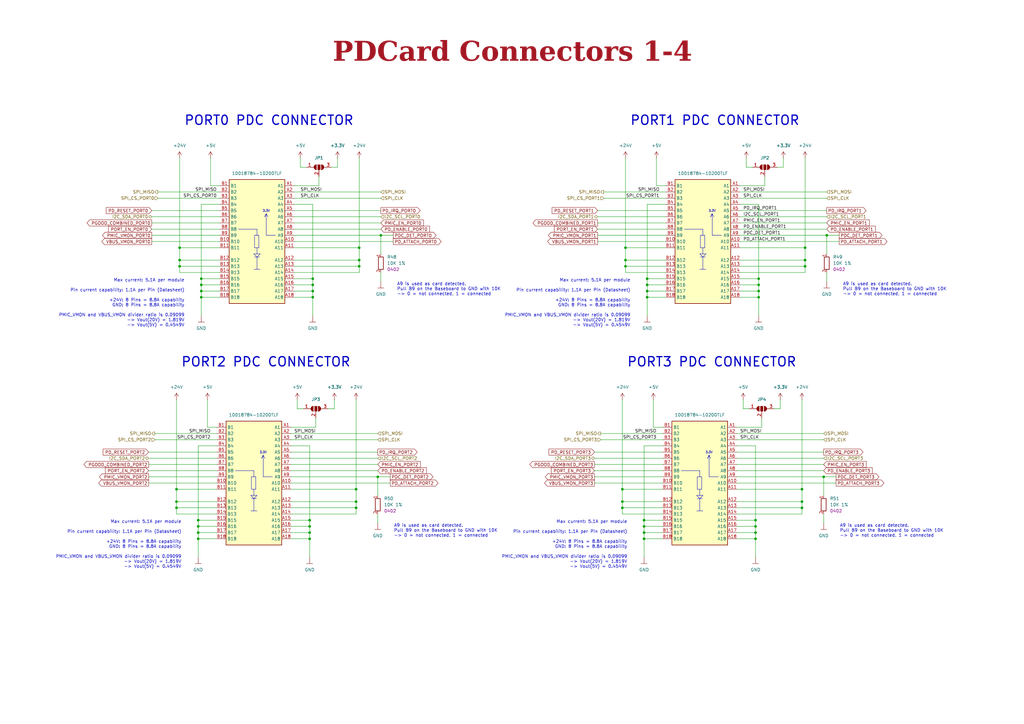
<source format=kicad_sch>
(kicad_sch (version 20250114) (generator "eeschema") (generator_version "9.0")
  (paper "A3")
  (title_block (title "PDCard Connectors 1-4") (date "2026-02-05") (rev "1.0.0") (company "DvidMakesThings"))
  (lib_symbols
    (symbol "DS_Connector:PCIe 1x Connector" (exclude_from_sim yes) (in_bom no)
      (property "Value" "10018784-10200TLF" (at -1.778 -9.144 0))
      (symbol "PCIe 1x Connector_0_1"
        (rectangle (start -3.81 43.18) (end 19.05 -7.62) (stroke (width 0.254)) (fill (type background)))
      )
      (symbol "PCIe 1x Connector_1_1"
        (pin passive line (at -7.62 40.64 0) (length 3.81) (name "B1") (number "B1"))
        (pin passive line (at -7.62 38.1 0) (length 3.81) (name "B2") (number "B2"))
        (pin passive line (at -7.62 35.56 0) (length 3.81) (name "B3") (number "B3"))
        (pin passive line (at -7.62 33.02 0) (length 3.81) (name "B4") (number "B4"))
        (pin passive line (at -7.62 30.48 0) (length 3.81) (name "B5") (number "B5"))
        (pin passive line (at -7.62 27.94 0) (length 3.81) (name "B6") (number "B6"))
        (pin passive line (at -7.62 25.4 0) (length 3.81) (name "B7") (number "B7"))
        (pin passive line (at -7.62 22.86 0) (length 3.81) (name "B8") (number "B8"))
        (pin passive line (at -7.62 20.32 0) (length 3.81) (name "B9") (number "B9"))
        (pin passive line (at -7.62 17.78 0) (length 3.81) (name "B10") (number "B10"))
        (pin passive line (at -7.62 15.24 0) (length 3.81) (name "B11") (number "B11"))
        (pin passive line (at -7.62 10.16 0) (length 3.81) (name "B12") (number "B12"))
        (pin passive line (at -7.62 7.62 0) (length 3.81) (name "B13") (number "B13"))
        (pin passive line (at -7.62 5.08 0) (length 3.81) (name "B13") (number "B14"))
        (pin passive line (at -7.62 2.54 0) (length 3.81) (name "B15") (number "B15"))
        (pin passive line (at -7.62 0 0) (length 3.81) (name "B16") (number "B16"))
        (pin passive line (at -7.62 -2.54 0) (length 3.81) (name "B17") (number "B17"))
        (pin passive line (at -7.62 -5.08 0) (length 3.81) (name "B18") (number "B18"))
        (pin passive line (at 22.86 40.64 180) (length 3.81) (name "A1") (number "A1"))
        (pin passive line (at 22.86 38.1 180) (length 3.81) (name "A2") (number "A2"))
        (pin passive line (at 22.86 35.56 180) (length 3.81) (name "A3") (number "A3"))
        (pin passive line (at 22.86 33.02 180) (length 3.81) (name "A4") (number "A4"))
        (pin passive line (at 22.86 30.48 180) (length 3.81) (name "A5") (number "A5"))
        (pin passive line (at 22.86 27.94 180) (length 3.81) (name "A6") (number "A6"))
        (pin passive line (at 22.86 25.4 180) (length 3.81) (name "A7") (number "A7"))
        (pin passive line (at 22.86 22.86 180) (length 3.81) (name "A8") (number "A8"))
        (pin passive line (at 22.86 20.32 180) (length 3.81) (name "A9") (number "A9"))
        (pin passive line (at 22.86 17.78 180) (length 3.81) (name "A10") (number "A10"))
        (pin passive line (at 22.86 15.24 180) (length 3.81) (name "A11") (number "A11"))
        (pin passive line (at 22.86 10.16 180) (length 3.81) (name "A12") (number "A12"))
        (pin passive line (at 22.86 7.62 180) (length 3.81) (name "A13") (number "A13"))
        (pin passive line (at 22.86 5.08 180) (length 3.81) (name "A14") (number "A14"))
        (pin passive line (at 22.86 2.54 180) (length 3.81) (name "A15") (number "A15"))
        (pin passive line (at 22.86 0 180) (length 3.81) (name "A16") (number "A16"))
        (pin passive line (at 22.86 -2.54 180) (length 3.81) (name "A17") (number "A17"))
        (pin passive line (at 22.86 -5.08 180) (length 3.81) (name "A18") (number "A18"))
      )
    )
    (symbol "DS_Resistor_0402:10K 1% 0402"
      (property "Reference" "R" (at 2.032 2.032 0))
      (property "Value" "10K 1%" (at 2.032 0 0))
      (property "FOOTPRINT_SHORT" "0402" (at 2.032 -2.032 0))
      (symbol "10K 1% 0402_0_1"
        (rectangle (start -1.016 2.54) (end 1.016 -2.54) (stroke (width 0.254)))
      )
      (symbol "10K 1% 0402_1_1"
        (pin passive line (at 0 3.81 270) (length 1.27) (name "~") (number "1"))
        (pin passive line (at 0 -3.81 90) (length 1.27) (name "~") (number "2"))
      )
    )
    (symbol "DS_Supply:GND" (power) (pin_numbers (hide yes)) (pin_names (offset 0) (hide yes))
      (property "Value" "GND" (at 0 -3.81 0))
      (symbol "GND_0_1"
        (polyline (pts (xy 0 0) (xy 0 -2.54) (xy 1.27 -2.54) (xy 0 -2.54) (xy -1.27 -2.54) (xy 0 -2.54)))
      )
      (symbol "GND_1_1"
        (pin power_in line (at 0 0 270) (length 0) (name "~") (number "1"))
      )
    )
    (symbol "Jumper:SolderJumper_3_Open" (pin_names (offset 0) (hide yes)) (in_bom no)
      (property "Reference" "JP" (at -2.54 -2.54 0))
      (property "Value" "SolderJumper_3_Open" (at 0 2.794 0))
      (symbol "SolderJumper_3_Open_0_1"
        (polyline (pts (xy -2.54 0) (xy -2.032 0)))
        (polyline (pts (xy -1.016 1.016) (xy -1.016 -1.016)))
        (arc (start -1.016 -1.016) (mid -2.0276 0) (end -1.016 1.016))
        (arc (start -1.016 -1.016) (mid -2.0276 0) (end -1.016 1.016) (fill (type outline)))
        (rectangle (start -0.508 1.016) (end 0.508 -1.016) (fill (type outline)))
        (polyline (pts (xy 0 -1.27) (xy 0 -1.016)))
        (arc (start 1.016 1.016) (mid 2.0276 0) (end 1.016 -1.016))
        (arc (start 1.016 1.016) (mid 2.0276 0) (end 1.016 -1.016) (fill (type outline)))
        (polyline (pts (xy 1.016 1.016) (xy 1.016 -1.016)))
        (polyline (pts (xy 2.54 0) (xy 2.032 0)))
      )
      (symbol "SolderJumper_3_Open_1_1"
        (pin passive line (at -5.08 0 0) (length 2.54) (name "A") (number "1"))
        (pin passive line (at 0 -3.81 90) (length 2.54) (name "C") (number "2"))
        (pin passive line (at 5.08 0 180) (length 2.54) (name "B") (number "3"))
      )
    )
    (symbol "power:+24V" (power) (pin_numbers (hide yes)) (pin_names (offset 0) (hide yes))
      (property "Value" "+24V" (at 0 3.556 0))
      (symbol "+24V_0_1"
        (polyline (pts (xy -0.762 1.27) (xy 0 2.54)))
        (polyline (pts (xy 0 2.54) (xy 0.762 1.27)))
        (polyline (pts (xy 0 0) (xy 0 2.54)))
      )
      (symbol "+24V_1_1"
        (pin power_in line (at 0 0 90) (length 0) (name "~") (number "1"))
      )
    )
    (symbol "power:+3.3V" (power) (pin_numbers (hide yes)) (pin_names (offset 0) (hide yes))
      (property "Value" "+3.3V" (at 0 3.556 0))
      (symbol "+3.3V_0_1"
        (polyline (pts (xy -0.762 1.27) (xy 0 2.54)))
        (polyline (pts (xy 0 2.54) (xy 0.762 1.27)))
        (polyline (pts (xy 0 0) (xy 0 2.54)))
      )
      (symbol "+3.3V_1_1"
        (pin power_in line (at 0 0 90) (length 0) (name "~") (number "1"))
      )
    )
    (symbol "power:+5V" (power) (pin_numbers (hide yes)) (pin_names (offset 0) (hide yes))
      (property "Value" "+5V" (at 0 3.556 0))
      (symbol "+5V_0_1"
        (polyline (pts (xy -0.762 1.27) (xy 0 2.54)))
        (polyline (pts (xy 0 2.54) (xy 0.762 1.27)))
        (polyline (pts (xy 0 0) (xy 0 2.54)))
      )
      (symbol "+5V_1_1"
        (pin power_in line (at 0 0 90) (length 0) (name "~") (number "1"))
      )
    )
  )
  (text "PORT3 PDC CONNECTOR" (at 257.048 148.59 0) (effects (font (size 3.81 3.81) (thickness 0.508) (bold yes)) (justify left)))
  (text "3.3V" (at 109.22 86.614 0) (effects (font (size 0.889 0.889))))
  (text "A9 is used as card detected.\nPull B9 on the Baseboard to GND with 10K\n-> 0 = not connected, 1 = connected" (at 345.694 118.618 0) (effects (font (size 1.27 1.27)) (justify left)))
  (text "A9 is used as card detected.\nPull B9 on the Baseboard to GND with 10K\n-> 0 = not connected, 1 = connected" (at 162.814 118.618 0) (effects (font (size 1.27 1.27)) (justify left)))
  (text "PORT0 PDC CONNECTOR" (at 75.438 49.53 0) (effects (font (size 3.81 3.81) (thickness 0.508) (bold yes)) (justify left)))
  (text "A9 is used as card detected.\nPull B9 on the Baseboard to GND with 10K\n-> 0 = not connected, 1 = connected" (at 161.544 217.678 0) (effects (font (size 1.27 1.27)) (justify left)))
  (text "PORT2 PDC CONNECTOR" (at 74.168 148.59 0) (effects (font (size 3.81 3.81) (thickness 0.508) (bold yes)) (justify left)))
  (text "Max current: 5.1A per module\n\nPin current capability: 1.1A per Pin (Datasheet)\n\n+24V: 8 Pins = 8.8A capability\nGND: 8 Pins = 8.8A capability\n\nPMIC_VMON and VBUS_VMON divider ratio is 0.09099\n-> Vout(20V) = 1.819V\n-> Vout(5V) = 0.4549V" (at 258.572 124.206 0) (effects (font (size 1.27 1.27)) (justify right)))
  (text "Max current: 5.1A per module\n\nPin current capability: 1.1A per Pin (Datasheet)\n\n+24V: 8 Pins = 8.8A capability\nGND: 8 Pins = 8.8A capability\n\nPMIC_VMON and VBUS_VMON divider ratio is 0.09099\n-> Vout(20V) = 1.819V\n-> Vout(5V) = 0.4549V" (at 75.692 124.206 0) (effects (font (size 1.27 1.27)) (justify right)))
  (text "Max current: 5.1A per module\n\nPin current capability: 1.1A per Pin (Datasheet)\n\n+24V: 8 Pins = 8.8A capability\nGND: 8 Pins = 8.8A capability\n\nPMIC_VMON and VBUS_VMON divider ratio is 0.09099\n-> Vout(20V) = 1.819V\n-> Vout(5V) = 0.4549V" (at 74.422 223.266 0) (effects (font (size 1.27 1.27)) (justify right)))
  (text "3.3V" (at 107.95 185.674 0) (effects (font (size 0.889 0.889))))
  (text "PORT1 PDC CONNECTOR" (at 258.318 49.53 0) (effects (font (size 3.81 3.81) (thickness 0.508) (bold yes)) (justify left)))
  (text "3.3V" (at 290.83 185.674 0) (effects (font (size 0.889 0.889))))
  (text "3.3V" (at 292.1 86.614 0) (effects (font (size 0.889 0.889))))
  (text "A9 is used as card detected.\nPull B9 on the Baseboard to GND with 10K\n-> 0 = not connected, 1 = connected" (at 344.424 217.678 0) (effects (font (size 1.27 1.27)) (justify left)))
  (text "Max current: 5.1A per module\n\nPin current capability: 1.1A per Pin (Datasheet)\n\n+24V: 8 Pins = 8.8A capability\nGND: 8 Pins = 8.8A capability\n\nPMIC_VMON and VBUS_VMON divider ratio is 0.09099\n-> Vout(20V) = 1.819V\n-> Vout(5V) = 0.4549V" (at 257.302 223.266 0) (effects (font (size 1.27 1.27)) (justify right)))
  (text_box "PDCard Connectors 1-4" (at 12.7 15.24 0) (size 394.97 12.7) (margins 5.9999 5.9999 5.9999 5.9999) (stroke (width -0.0001)) (effects (font (size 8 8) (thickness 1.2) (bold yes))))
  (junction (at 128.27 121.92))
  (junction (at 337.82 195.58))
  (junction (at 328.93 208.28))
  (junction (at 309.88 213.36))
  (junction (at 255.27 205.74))
  (junction (at 264.16 215.9))
  (junction (at 128.27 114.3))
  (junction (at 256.54 106.68))
  (junction (at 81.28 220.98))
  (junction (at 330.2 109.22))
  (junction (at 328.93 200.66))
  (junction (at 265.43 116.84))
  (junction (at 147.32 101.6))
  (junction (at 146.05 205.74))
  (junction (at 255.27 208.28))
  (junction (at 311.15 119.38))
  (junction (at 264.16 213.36))
  (junction (at 73.66 106.68))
  (junction (at 82.55 116.84))
  (junction (at 328.93 205.74))
  (junction (at 256.54 101.6))
  (junction (at 72.39 208.28))
  (junction (at 72.39 200.66))
  (junction (at 72.39 205.74))
  (junction (at 264.16 220.98))
  (junction (at 81.28 213.36))
  (junction (at 82.55 119.38))
  (junction (at 127 218.44))
  (junction (at 311.15 116.84))
  (junction (at 255.27 200.66))
  (junction (at 127 215.9))
  (junction (at 128.27 116.84))
  (junction (at 311.15 114.3))
  (junction (at 309.88 220.98))
  (junction (at 309.88 218.44))
  (junction (at 82.55 121.92))
  (junction (at 265.43 114.3))
  (junction (at 265.43 119.38))
  (junction (at 128.27 119.38))
  (junction (at 81.28 218.44))
  (junction (at 146.05 200.66))
  (junction (at 73.66 101.6))
  (junction (at 82.55 114.3))
  (junction (at 309.88 215.9))
  (junction (at 339.09 96.52))
  (junction (at 127 213.36))
  (junction (at 154.94 195.58))
  (junction (at 81.28 215.9))
  (junction (at 127 220.98))
  (junction (at 265.43 121.92))
  (junction (at 156.21 96.52))
  (junction (at 311.15 121.92))
  (junction (at 73.66 109.22))
  (junction (at 146.05 208.28))
  (junction (at 147.32 106.68))
  (junction (at 330.2 101.6))
  (junction (at 147.32 109.22))
  (junction (at 256.54 109.22))
  (junction (at 264.16 218.44))
  (junction (at 330.2 106.68))
  (wire (pts (xy 256.54 101.6) (xy 256.54 106.68)))
  (wire (pts (xy 302.26 218.44) (xy 309.88 218.44)))
  (polyline (pts (xy 103.124 200.66) (xy 104.902 200.66)))
  (wire (pts (xy 119.38 175.26) (xy 129.54 175.26)))
  (wire (pts (xy 73.66 111.76) (xy 73.66 109.22)))
  (wire (pts (xy 320.04 163.83) (xy 320.04 167.64)))
  (polyline (pts (xy 109.22 87.63) (xy 109.22 96.52)))
  (wire (pts (xy 265.43 83.82) (xy 265.43 114.3)))
  (wire (pts (xy 337.82 195.58) (xy 337.82 203.2)))
  (wire (pts (xy 121.92 163.83) (xy 121.92 167.64)))
  (wire (pts (xy 311.15 114.3) (xy 311.15 116.84)))
  (polyline (pts (xy 280.67 93.98) (xy 288.29 93.98)))
  (wire (pts (xy 138.43 64.77) (xy 138.43 68.58)))
  (wire (pts (xy 130.81 76.2) (xy 130.81 72.39)))
  (wire (pts (xy 147.32 109.22) (xy 147.32 111.76)))
  (polyline (pts (xy 104.394 96.52) (xy 104.394 101.6)))
  (wire (pts (xy 302.26 220.98) (xy 309.88 220.98)))
  (wire (pts (xy 247.65 81.28) (xy 273.05 81.28)))
  (polyline (pts (xy 105.41 96.52) (xy 104.394 96.52)))
  (polyline (pts (xy 288.29 105.41) (xy 289.56 104.14)))
  (wire (pts (xy 62.23 93.98) (xy 90.17 93.98)))
  (wire (pts (xy 264.16 215.9) (xy 264.16 218.44)))
  (wire (pts (xy 120.65 114.3) (xy 128.27 114.3)))
  (wire (pts (xy 81.28 215.9) (xy 81.28 218.44)))
  (wire (pts (xy 60.96 198.12) (xy 88.9 198.12)))
  (wire (pts (xy 255.27 208.28) (xy 255.27 205.74)))
  (wire (pts (xy 306.07 64.77) (xy 306.07 68.58)))
  (polyline (pts (xy 104.14 204.47) (xy 104.14 209.55)))
  (wire (pts (xy 119.38 185.42) (xy 154.94 185.42)))
  (wire (pts (xy 271.78 213.36) (xy 264.16 213.36)))
  (wire (pts (xy 120.65 111.76) (xy 147.32 111.76)))
  (wire (pts (xy 156.21 96.52) (xy 161.29 96.52)))
  (wire (pts (xy 303.53 101.6) (xy 330.2 101.6)))
  (wire (pts (xy 245.11 93.98) (xy 273.05 93.98)))
  (wire (pts (xy 73.66 109.22) (xy 73.66 106.68)))
  (wire (pts (xy 62.23 88.9) (xy 90.17 88.9)))
  (polyline (pts (xy 105.41 105.41) (xy 106.68 104.14)))
  (polyline (pts (xy 107.315 187.96) (xy 107.95 186.69)))
  (wire (pts (xy 135.89 68.58) (xy 138.43 68.58)))
  (polyline (pts (xy 104.14 195.58) (xy 104.902 195.58)))
  (wire (pts (xy 81.28 218.44) (xy 88.9 218.44)))
  (wire (pts (xy 63.5 180.34) (xy 88.9 180.34)))
  (wire (pts (xy 62.23 86.36) (xy 90.17 86.36)))
  (wire (pts (xy 119.38 215.9) (xy 127 215.9)))
  (wire (pts (xy 303.53 109.22) (xy 330.2 109.22)))
  (polyline (pts (xy 97.79 93.98) (xy 105.41 93.98)))
  (wire (pts (xy 128.27 114.3) (xy 128.27 116.84)))
  (wire (pts (xy 302.26 195.58) (xy 337.82 195.58)))
  (wire (pts (xy 273.05 109.22) (xy 256.54 109.22)))
  (polyline (pts (xy 287.274 105.41) (xy 289.306 105.41)))
  (wire (pts (xy 264.16 182.88) (xy 264.16 213.36)))
  (wire (pts (xy 72.39 210.82) (xy 72.39 208.28)))
  (wire (pts (xy 309.88 213.36) (xy 309.88 215.9)))
  (polyline (pts (xy 102.87 203.2) (xy 105.41 203.2)))
  (wire (pts (xy 302.26 193.04) (xy 337.82 193.04)))
  (polyline (pts (xy 289.052 101.6) (xy 289.052 96.52)))
  (wire (pts (xy 339.09 96.52) (xy 344.17 96.52)))
  (wire (pts (xy 339.09 96.52) (xy 339.09 104.14)))
  (wire (pts (xy 88.9 182.88) (xy 81.28 182.88)))
  (wire (pts (xy 62.23 91.44) (xy 90.17 91.44)))
  (wire (pts (xy 303.53 106.68) (xy 330.2 106.68)))
  (wire (pts (xy 265.43 114.3) (xy 265.43 116.84)))
  (wire (pts (xy 90.17 83.82) (xy 82.55 83.82)))
  (polyline (pts (xy 290.83 186.69) (xy 291.465 187.96)))
  (wire (pts (xy 311.15 83.82) (xy 311.15 114.3)))
  (polyline (pts (xy 103.124 204.47) (xy 105.156 204.47)))
  (wire (pts (xy 303.53 93.98) (xy 339.09 93.98)))
  (wire (pts (xy 264.16 218.44) (xy 271.78 218.44)))
  (polyline (pts (xy 287.02 195.58) (xy 287.782 195.58)))
  (polyline (pts (xy 287.02 193.04) (xy 287.02 195.58)))
  (wire (pts (xy 321.31 64.77) (xy 321.31 68.58)))
  (wire (pts (xy 245.11 88.9) (xy 273.05 88.9)))
  (polyline (pts (xy 104.394 101.6) (xy 106.172 101.6)))
  (wire (pts (xy 264.16 213.36) (xy 264.16 215.9)))
  (wire (pts (xy 128.27 116.84) (xy 128.27 119.38)))
  (polyline (pts (xy 104.14 104.14) (xy 105.41 105.41)))
  (wire (pts (xy 265.43 116.84) (xy 265.43 119.38)))
  (polyline (pts (xy 286.004 200.66) (xy 287.782 200.66)))
  (polyline (pts (xy 287.02 195.58) (xy 286.004 195.58)))
  (wire (pts (xy 127 182.88) (xy 127 213.36)))
  (wire (pts (xy 156.21 115.57) (xy 156.21 111.76)))
  (wire (pts (xy 81.28 220.98) (xy 88.9 220.98)))
  (wire (pts (xy 265.43 116.84) (xy 273.05 116.84)))
  (polyline (pts (xy 286.004 195.58) (xy 286.004 200.66)))
  (polyline (pts (xy 290.195 187.96) (xy 290.83 186.69)))
  (wire (pts (xy 243.84 195.58) (xy 271.78 195.58)))
  (wire (pts (xy 73.66 101.6) (xy 73.66 106.68)))
  (wire (pts (xy 119.38 205.74) (xy 146.05 205.74)))
  (wire (pts (xy 264.16 215.9) (xy 271.78 215.9)))
  (wire (pts (xy 120.65 96.52) (xy 156.21 96.52)))
  (wire (pts (xy 72.39 200.66) (xy 88.9 200.66)))
  (wire (pts (xy 90.17 114.3) (xy 82.55 114.3)))
  (wire (pts (xy 309.88 215.9) (xy 309.88 218.44)))
  (wire (pts (xy 271.78 208.28) (xy 255.27 208.28)))
  (polyline (pts (xy 104.14 195.58) (xy 103.124 195.58)))
  (wire (pts (xy 303.53 121.92) (xy 311.15 121.92)))
  (polyline (pts (xy 107.315 187.96) (xy 107.95 186.69)))
  (wire (pts (xy 328.93 200.66) (xy 328.93 163.83)))
  (wire (pts (xy 264.16 220.98) (xy 271.78 220.98)))
  (wire (pts (xy 120.65 106.68) (xy 147.32 106.68)))
  (wire (pts (xy 147.32 106.68) (xy 147.32 101.6)))
  (wire (pts (xy 129.54 175.26) (xy 129.54 171.45)))
  (wire (pts (xy 309.88 218.44) (xy 309.88 220.98)))
  (polyline (pts (xy 287.02 104.14) (xy 289.56 104.14)))
  (wire (pts (xy 302.26 215.9) (xy 309.88 215.9)))
  (wire (pts (xy 90.17 76.2) (xy 86.36 76.2)))
  (wire (pts (xy 72.39 208.28) (xy 72.39 205.74)))
  (wire (pts (xy 271.78 205.74) (xy 255.27 205.74)))
  (wire (pts (xy 303.53 83.82) (xy 311.15 83.82)))
  (wire (pts (xy 72.39 200.66) (xy 72.39 205.74)))
  (wire (pts (xy 82.55 119.38) (xy 82.55 121.92)))
  (wire (pts (xy 81.28 218.44) (xy 81.28 220.98)))
  (wire (pts (xy 303.53 96.52) (xy 339.09 96.52)))
  (polyline (pts (xy 286.004 204.47) (xy 288.036 204.47)))
  (wire (pts (xy 81.28 182.88) (xy 81.28 213.36)))
  (wire (pts (xy 245.11 86.36) (xy 273.05 86.36)))
  (wire (pts (xy 146.05 205.74) (xy 146.05 200.66)))
  (wire (pts (xy 311.15 121.92) (xy 311.15 129.54)))
  (wire (pts (xy 154.94 195.58) (xy 154.94 203.2)))
  (wire (pts (xy 120.65 78.74) (xy 156.21 78.74)))
  (wire (pts (xy 64.77 81.28) (xy 90.17 81.28)))
  (polyline (pts (xy 109.22 87.63) (xy 109.855 88.9)))
  (wire (pts (xy 60.96 190.5) (xy 88.9 190.5)))
  (wire (pts (xy 303.53 76.2) (xy 313.69 76.2)))
  (wire (pts (xy 303.53 119.38) (xy 311.15 119.38)))
  (wire (pts (xy 303.53 114.3) (xy 311.15 114.3)))
  (wire (pts (xy 88.9 210.82) (xy 72.39 210.82)))
  (polyline (pts (xy 105.41 101.6) (xy 105.41 104.14)))
  (wire (pts (xy 273.05 83.82) (xy 265.43 83.82)))
  (polyline (pts (xy 287.274 96.52) (xy 287.274 101.6)))
  (wire (pts (xy 88.9 175.26) (xy 85.09 175.26)))
  (wire (pts (xy 120.65 116.84) (xy 128.27 116.84)))
  (wire (pts (xy 147.32 106.68) (xy 147.32 109.22)))
  (polyline (pts (xy 104.902 200.66) (xy 104.902 195.58)))
  (wire (pts (xy 82.55 119.38) (xy 90.17 119.38)))
  (wire (pts (xy 147.32 101.6) (xy 147.32 64.77)))
  (wire (pts (xy 265.43 119.38) (xy 265.43 121.92)))
  (wire (pts (xy 309.88 182.88) (xy 309.88 213.36)))
  (polyline (pts (xy 290.83 195.58) (xy 294.64 195.58)))
  (wire (pts (xy 127 215.9) (xy 127 218.44)))
  (wire (pts (xy 302.26 185.42) (xy 337.82 185.42)))
  (wire (pts (xy 120.65 121.92) (xy 128.27 121.92)))
  (wire (pts (xy 302.26 177.8) (xy 337.82 177.8)))
  (wire (pts (xy 328.93 208.28) (xy 328.93 210.82)))
  (wire (pts (xy 156.21 96.52) (xy 156.21 104.14)))
  (wire (pts (xy 120.65 91.44) (xy 156.21 91.44)))
  (wire (pts (xy 303.53 81.28) (xy 339.09 81.28)))
  (wire (pts (xy 120.65 76.2) (xy 130.81 76.2)))
  (wire (pts (xy 317.5 167.64) (xy 320.04 167.64)))
  (wire (pts (xy 256.54 64.77) (xy 256.54 101.6)))
  (wire (pts (xy 119.38 220.98) (xy 127 220.98)))
  (wire (pts (xy 127 218.44) (xy 127 220.98)))
  (wire (pts (xy 302.26 213.36) (xy 309.88 213.36)))
  (wire (pts (xy 302.26 182.88) (xy 309.88 182.88)))
  (wire (pts (xy 303.53 116.84) (xy 311.15 116.84)))
  (wire (pts (xy 128.27 119.38) (xy 128.27 121.92)))
  (wire (pts (xy 90.17 111.76) (xy 73.66 111.76)))
  (wire (pts (xy 123.19 64.77) (xy 123.19 68.58)))
  (wire (pts (xy 62.23 99.06) (xy 90.17 99.06)))
  (wire (pts (xy 273.05 114.3) (xy 265.43 114.3)))
  (polyline (pts (xy 104.394 105.41) (xy 106.426 105.41)))
  (wire (pts (xy 267.97 163.83) (xy 267.97 175.26)))
  (wire (pts (xy 330.2 101.6) (xy 330.2 64.77)))
  (polyline (pts (xy 288.29 96.52) (xy 287.274 96.52)))
  (wire (pts (xy 62.23 96.52) (xy 90.17 96.52)))
  (wire (pts (xy 273.05 76.2) (xy 269.24 76.2)))
  (polyline (pts (xy 290.83 186.69) (xy 290.83 195.58)))
  (wire (pts (xy 154.94 195.58) (xy 160.02 195.58)))
  (wire (pts (xy 137.16 163.83) (xy 137.16 167.64)))
  (wire (pts (xy 243.84 193.04) (xy 271.78 193.04)))
  (polyline (pts (xy 105.41 96.52) (xy 106.172 96.52)))
  (polyline (pts (xy 106.172 101.6) (xy 106.172 96.52)))
  (wire (pts (xy 243.84 185.42) (xy 271.78 185.42)))
  (polyline (pts (xy 107.95 186.69) (xy 108.585 187.96)))
  (wire (pts (xy 120.65 93.98) (xy 156.21 93.98)))
  (wire (pts (xy 146.05 205.74) (xy 146.05 208.28)))
  (wire (pts (xy 255.27 200.66) (xy 271.78 200.66)))
  (wire (pts (xy 302.26 208.28) (xy 328.93 208.28)))
  (polyline (pts (xy 292.1 87.63) (xy 292.735 88.9)))
  (polyline (pts (xy 285.75 209.55) (xy 288.29 209.55)))
  (polyline (pts (xy 285.75 203.2) (xy 288.29 203.2)))
  (polyline (pts (xy 102.87 209.55) (xy 105.41 209.55)))
  (wire (pts (xy 63.5 177.8) (xy 88.9 177.8)))
  (wire (pts (xy 256.54 101.6) (xy 273.05 101.6)))
  (wire (pts (xy 119.38 198.12) (xy 160.02 198.12)))
  (wire (pts (xy 88.9 205.74) (xy 72.39 205.74)))
  (polyline (pts (xy 287.02 204.47) (xy 287.02 209.55)))
  (wire (pts (xy 81.28 220.98) (xy 81.28 228.6)))
  (polyline (pts (xy 291.465 88.9) (xy 292.1 87.63)))
  (wire (pts (xy 265.43 121.92) (xy 265.43 129.54)))
  (wire (pts (xy 127 213.36) (xy 127 215.9)))
  (wire (pts (xy 271.78 210.82) (xy 255.27 210.82)))
  (wire (pts (xy 247.65 78.74) (xy 273.05 78.74)))
  (wire (pts (xy 119.38 187.96) (xy 154.94 187.96)))
  (wire (pts (xy 119.38 193.04) (xy 154.94 193.04)))
  (wire (pts (xy 120.65 119.38) (xy 128.27 119.38)))
  (polyline (pts (xy 105.41 105.41) (xy 105.41 110.49)))
  (wire (pts (xy 303.53 111.76) (xy 330.2 111.76)))
  (wire (pts (xy 328.93 205.74) (xy 328.93 200.66)))
  (wire (pts (xy 304.8 163.83) (xy 304.8 167.64)))
  (polyline (pts (xy 104.14 204.47) (xy 105.41 203.2)))
  (wire (pts (xy 269.24 64.77) (xy 269.24 76.2)))
  (wire (pts (xy 120.65 99.06) (xy 161.29 99.06)))
  (polyline (pts (xy 292.1 96.52) (xy 295.91 96.52)))
  (wire (pts (xy 120.65 109.22) (xy 147.32 109.22)))
  (wire (pts (xy 119.38 210.82) (xy 146.05 210.82)))
  (wire (pts (xy 73.66 101.6) (xy 90.17 101.6)))
  (wire (pts (xy 304.8 167.64) (xy 307.34 167.64)))
  (wire (pts (xy 119.38 182.88) (xy 127 182.88)))
  (wire (pts (xy 273.05 111.76) (xy 256.54 111.76)))
  (wire (pts (xy 303.53 99.06) (xy 344.17 99.06)))
  (wire (pts (xy 328.93 205.74) (xy 328.93 208.28)))
  (wire (pts (xy 82.55 121.92) (xy 82.55 129.54)))
  (polyline (pts (xy 285.75 203.2) (xy 287.02 204.47)))
  (wire (pts (xy 128.27 83.82) (xy 128.27 114.3)))
  (polyline (pts (xy 287.02 200.66) (xy 287.02 203.2)))
  (wire (pts (xy 127 220.98) (xy 127 228.6)))
  (wire (pts (xy 303.53 91.44) (xy 339.09 91.44)))
  (polyline (pts (xy 279.4 193.04) (xy 287.02 193.04)))
  (wire (pts (xy 121.92 167.64) (xy 124.46 167.64)))
  (wire (pts (xy 302.26 175.26) (xy 312.42 175.26)))
  (wire (pts (xy 302.26 210.82) (xy 328.93 210.82)))
  (polyline (pts (xy 107.95 186.69) (xy 107.95 195.58)))
  (wire (pts (xy 82.55 83.82) (xy 82.55 114.3)))
  (wire (pts (xy 90.17 109.22) (xy 73.66 109.22)))
  (wire (pts (xy 330.2 106.68) (xy 330.2 101.6)))
  (wire (pts (xy 243.84 190.5) (xy 271.78 190.5)))
  (wire (pts (xy 86.36 64.77) (xy 86.36 76.2)))
  (wire (pts (xy 271.78 182.88) (xy 264.16 182.88)))
  (polyline (pts (xy 104.14 200.66) (xy 104.14 203.2)))
  (wire (pts (xy 339.09 115.57) (xy 339.09 111.76)))
  (wire (pts (xy 85.09 163.83) (xy 85.09 175.26)))
  (wire (pts (xy 311.15 119.38) (xy 311.15 121.92)))
  (wire (pts (xy 128.27 121.92) (xy 128.27 129.54)))
  (wire (pts (xy 119.38 190.5) (xy 154.94 190.5)))
  (wire (pts (xy 60.96 195.58) (xy 88.9 195.58)))
  (wire (pts (xy 313.69 76.2) (xy 313.69 72.39)))
  (polyline (pts (xy 288.29 101.6) (xy 288.29 104.14)))
  (wire (pts (xy 120.65 101.6) (xy 147.32 101.6)))
  (wire (pts (xy 64.77 78.74) (xy 90.17 78.74)))
  (polyline (pts (xy 105.41 93.98) (xy 105.41 96.52)))
  (wire (pts (xy 255.27 200.66) (xy 255.27 205.74)))
  (wire (pts (xy 318.77 68.58) (xy 321.31 68.58)))
  (wire (pts (xy 303.53 86.36) (xy 339.09 86.36)))
  (polyline (pts (xy 292.1 87.63) (xy 292.1 96.52)))
  (wire (pts (xy 243.84 198.12) (xy 271.78 198.12)))
  (wire (pts (xy 90.17 106.68) (xy 73.66 106.68)))
  (wire (pts (xy 302.26 190.5) (xy 337.82 190.5)))
  (polyline (pts (xy 291.465 88.9) (xy 292.1 87.63)))
  (wire (pts (xy 119.38 208.28) (xy 146.05 208.28)))
  (wire (pts (xy 88.9 208.28) (xy 72.39 208.28)))
  (polyline (pts (xy 104.14 104.14) (xy 106.68 104.14)))
  (wire (pts (xy 120.65 88.9) (xy 156.21 88.9)))
  (polyline (pts (xy 287.782 200.66) (xy 287.782 195.58)))
  (polyline (pts (xy 102.87 203.2) (xy 104.14 204.47)))
  (wire (pts (xy 82.55 114.3) (xy 82.55 116.84)))
  (wire (pts (xy 255.27 163.83) (xy 255.27 200.66)))
  (wire (pts (xy 273.05 106.68) (xy 256.54 106.68)))
  (wire (pts (xy 60.96 193.04) (xy 88.9 193.04)))
  (wire (pts (xy 119.38 180.34) (xy 154.94 180.34)))
  (wire (pts (xy 146.05 200.66) (xy 146.05 163.83)))
  (wire (pts (xy 119.38 200.66) (xy 146.05 200.66)))
  (wire (pts (xy 82.55 116.84) (xy 90.17 116.84)))
  (polyline (pts (xy 107.95 195.58) (xy 111.76 195.58)))
  (polyline (pts (xy 288.29 93.98) (xy 288.29 96.52)))
  (wire (pts (xy 245.11 91.44) (xy 273.05 91.44)))
  (wire (pts (xy 302.26 200.66) (xy 328.93 200.66)))
  (wire (pts (xy 81.28 215.9) (xy 88.9 215.9)))
  (wire (pts (xy 119.38 213.36) (xy 127 213.36)))
  (polyline (pts (xy 287.02 204.47) (xy 288.29 203.2)))
  (polyline (pts (xy 104.14 193.04) (xy 104.14 195.58)))
  (wire (pts (xy 255.27 210.82) (xy 255.27 208.28)))
  (wire (pts (xy 246.38 177.8) (xy 271.78 177.8)))
  (wire (pts (xy 330.2 109.22) (xy 330.2 111.76)))
  (wire (pts (xy 265.43 119.38) (xy 273.05 119.38)))
  (wire (pts (xy 330.2 106.68) (xy 330.2 109.22)))
  (wire (pts (xy 303.53 88.9) (xy 339.09 88.9)))
  (wire (pts (xy 81.28 213.36) (xy 81.28 215.9)))
  (polyline (pts (xy 96.52 193.04) (xy 104.14 193.04)))
  (polyline (pts (xy 109.22 96.52) (xy 113.03 96.52)))
  (wire (pts (xy 82.55 116.84) (xy 82.55 119.38)))
  (wire (pts (xy 303.53 78.74) (xy 339.09 78.74)))
  (polyline (pts (xy 287.02 104.14) (xy 288.29 105.41)))
  (wire (pts (xy 60.96 185.42) (xy 88.9 185.42)))
  (wire (pts (xy 312.42 175.26) (xy 312.42 171.45)))
  (wire (pts (xy 302.26 205.74) (xy 328.93 205.74)))
  (wire (pts (xy 120.65 86.36) (xy 156.21 86.36)))
  (wire (pts (xy 119.38 218.44) (xy 127 218.44)))
  (wire (pts (xy 264.16 218.44) (xy 264.16 220.98)))
  (wire (pts (xy 82.55 121.92) (xy 90.17 121.92)))
  (wire (pts (xy 256.54 109.22) (xy 256.54 106.68)))
  (polyline (pts (xy 103.124 195.58) (xy 103.124 200.66)))
  (wire (pts (xy 243.84 187.96) (xy 271.78 187.96)))
  (wire (pts (xy 119.38 195.58) (xy 154.94 195.58)))
  (polyline (pts (xy 108.585 88.9) (xy 109.22 87.63)))
  (wire (pts (xy 123.19 68.58) (xy 125.73 68.58)))
  (wire (pts (xy 119.38 177.8) (xy 154.94 177.8)))
  (wire (pts (xy 120.65 81.28) (xy 156.21 81.28)))
  (wire (pts (xy 337.82 214.63) (xy 337.82 210.82)))
  (wire (pts (xy 245.11 99.06) (xy 273.05 99.06)))
  (wire (pts (xy 60.96 187.96) (xy 88.9 187.96)))
  (wire (pts (xy 302.26 187.96) (xy 337.82 187.96)))
  (polyline (pts (xy 288.29 105.41) (xy 288.29 110.49)))
  (polyline (pts (xy 104.14 110.49) (xy 106.68 110.49)))
  (wire (pts (xy 120.65 83.82) (xy 128.27 83.82)))
  (polyline (pts (xy 288.29 96.52) (xy 289.052 96.52)))
  (wire (pts (xy 264.16 220.98) (xy 264.16 228.6)))
  (wire (pts (xy 73.66 64.77) (xy 73.66 101.6)))
  (wire (pts (xy 302.26 180.34) (xy 337.82 180.34)))
  (wire (pts (xy 146.05 208.28) (xy 146.05 210.82)))
  (wire (pts (xy 337.82 195.58) (xy 342.9 195.58)))
  (wire (pts (xy 265.43 121.92) (xy 273.05 121.92)))
  (wire (pts (xy 302.26 198.12) (xy 342.9 198.12)))
  (wire (pts (xy 246.38 180.34) (xy 271.78 180.34)))
  (polyline (pts (xy 287.274 101.6) (xy 289.052 101.6)))
  (wire (pts (xy 88.9 213.36) (xy 81.28 213.36)))
  (polyline (pts (xy 287.02 110.49) (xy 289.56 110.49)))
  (wire (pts (xy 311.15 116.84) (xy 311.15 119.38)))
  (wire (pts (xy 134.62 167.64) (xy 137.16 167.64)))
  (wire (pts (xy 306.07 68.58) (xy 308.61 68.58)))
  (wire (pts (xy 245.11 96.52) (xy 273.05 96.52)))
  (polyline (pts (xy 290.195 187.96) (xy 290.83 186.69)))
  (wire (pts (xy 309.88 220.98) (xy 309.88 228.6)))
  (wire (pts (xy 271.78 175.26) (xy 267.97 175.26)))
  (polyline (pts (xy 108.585 88.9) (xy 109.22 87.63)))
  (wire (pts (xy 72.39 163.83) (xy 72.39 200.66)))
  (wire (pts (xy 154.94 214.63) (xy 154.94 210.82)))
  (wire (pts (xy 256.54 111.76) (xy 256.54 109.22)))
  (label "SPI_MISO" (at 270.51 78.74 180))
  (label "SPI_CS_PORT1" (at 270.51 81.28 180))
  (label "SPI_CLK" (at 304.8 81.28 0))
  (label "SPI_MISO" (at 88.9 78.74 180))
  (label "PMIC_EN_PORT1" (at 304.8 91.44 0))
  (label "PD_ATTACH_PORT1" (at 304.8 99.06 0))
  (label "SPI_CLK" (at 123.19 81.28 0))
  (label "SPI_CS_PORT3" (at 269.24 180.34 180))
  (label "SPI_MISO" (at 269.24 177.8 180))
  (label "SPI_CS_PORT2" (at 86.36 180.34 180))
  (label "I2C_SCL_PORT1" (at 304.8 88.9 0))
  (label "SPI_MISO" (at 86.36 177.8 180))
  (label "SPI_MOSI" (at 303.53 177.8 0))
  (label "SPI_CLK" (at 120.65 180.34 0))
  (label "SPI_MOSI" (at 304.8 78.74 0))
  (label "PDC_DET_PORT1" (at 304.8 96.52 0))
  (label "SPI_MOSI" (at 120.65 177.8 0))
  (label "PD_ENABLE_PORT1" (at 304.8 93.98 0))
  (label "SPI_CS_PORT0" (at 88.9 81.28 180))
  (label "PD_IRQ_PORT1" (at 304.8 86.36 0))
  (label "SPI_MOSI" (at 123.19 78.74 0))
  (label "SPI_CLK" (at 303.53 180.34 0))
  (global_label "PMIC_VMON_PORT1" (shape output) (at 245.11 96.52 180) (property "Intersheetrefs" "${INTERSHEET_REFS}" (effects (hide yes))))
  (global_label "PDC_DET_PORT2" (shape output) (at 160.02 195.58 0) (property "Intersheetrefs" "${INTERSHEET_REFS}" (effects (hide yes))))
  (global_label "PGOOD_COMBINED_PORT3" (shape output) (at 243.84 190.5 180) (property "Intersheetrefs" "${INTERSHEET_REFS}" (effects (hide yes))))
  (global_label "PORT_EN_PORT1" (shape input) (at 245.11 93.98 180) (property "Intersheetrefs" "${INTERSHEET_REFS}" (effects (hide yes))))
  (global_label "PD_ENABLE_PORT1" (shape input) (at 339.09 93.98 0) (property "Intersheetrefs" "${INTERSHEET_REFS}" (effects (hide yes))))
  (global_label "PD_ATTACH_PORT3" (shape output) (at 342.9 198.12 0) (property "Intersheetrefs" "${INTERSHEET_REFS}" (effects (hide yes))))
  (global_label "PGOOD_COMBINED_PORT0" (shape output) (at 62.23 91.44 180) (property "Intersheetrefs" "${INTERSHEET_REFS}" (effects (hide yes))))
  (global_label "VBUS_VMON_PORT2" (shape output) (at 60.96 198.12 180) (property "Intersheetrefs" "${INTERSHEET_REFS}" (effects (hide yes))))
  (global_label "PDC_DET_PORT0" (shape output) (at 161.29 96.52 0) (property "Intersheetrefs" "${INTERSHEET_REFS}" (effects (hide yes))))
  (global_label "PDC_DET_PORT3" (shape output) (at 342.9 195.58 0) (property "Intersheetrefs" "${INTERSHEET_REFS}" (effects (hide yes))))
  (global_label "VBUS_VMON_PORT0" (shape output) (at 62.23 99.06 180) (property "Intersheetrefs" "${INTERSHEET_REFS}" (effects (hide yes))))
  (global_label "PMIC_EN_PORT0" (shape input) (at 156.21 91.44 0) (property "Intersheetrefs" "${INTERSHEET_REFS}" (effects (hide yes))))
  (global_label "PMIC_VMON_PORT0" (shape output) (at 62.23 96.52 180) (property "Intersheetrefs" "${INTERSHEET_REFS}" (effects (hide yes))))
  (global_label "PMIC_VMON_PORT2" (shape output) (at 60.96 195.58 180) (property "Intersheetrefs" "${INTERSHEET_REFS}" (effects (hide yes))))
  (global_label "PD_IRQ_PORT0" (shape output) (at 156.21 86.36 0) (property "Intersheetrefs" "${INTERSHEET_REFS}" (effects (hide yes))))
  (global_label "PORT_EN_PORT3" (shape input) (at 243.84 193.04 180) (property "Intersheetrefs" "${INTERSHEET_REFS}" (effects (hide yes))))
  (global_label "PD_IRQ_PORT2" (shape output) (at 154.94 185.42 0) (property "Intersheetrefs" "${INTERSHEET_REFS}" (effects (hide yes))))
  (global_label "PD_ENABLE_PORT2" (shape input) (at 154.94 193.04 0) (property "Intersheetrefs" "${INTERSHEET_REFS}" (effects (hide yes))))
  (global_label "PD_ATTACH_PORT0" (shape output) (at 161.29 99.06 0) (property "Intersheetrefs" "${INTERSHEET_REFS}" (effects (hide yes))))
  (global_label "PD_RESET_PORT1" (shape input) (at 245.11 86.36 180) (property "Intersheetrefs" "${INTERSHEET_REFS}" (effects (hide yes))))
  (global_label "PORT_EN_PORT0" (shape input) (at 62.23 93.98 180) (property "Intersheetrefs" "${INTERSHEET_REFS}" (effects (hide yes))))
  (global_label "PD_ATTACH_PORT1" (shape output) (at 344.17 99.06 0) (property "Intersheetrefs" "${INTERSHEET_REFS}" (effects (hide yes))))
  (global_label "PMIC_EN_PORT3" (shape input) (at 337.82 190.5 0) (property "Intersheetrefs" "${INTERSHEET_REFS}" (effects (hide yes))))
  (global_label "PD_ENABLE_PORT0" (shape input) (at 156.21 93.98 0) (property "Intersheetrefs" "${INTERSHEET_REFS}" (effects (hide yes))))
  (global_label "PD_RESET_PORT2" (shape input) (at 60.96 185.42 180) (property "Intersheetrefs" "${INTERSHEET_REFS}" (effects (hide yes))))
  (global_label "PD_RESET_PORT3" (shape input) (at 243.84 185.42 180) (property "Intersheetrefs" "${INTERSHEET_REFS}" (effects (hide yes))))
  (global_label "PGOOD_COMBINED_PORT1" (shape output) (at 245.11 91.44 180) (property "Intersheetrefs" "${INTERSHEET_REFS}" (effects (hide yes))))
  (global_label "PDC_DET_PORT1" (shape output) (at 344.17 96.52 0) (property "Intersheetrefs" "${INTERSHEET_REFS}" (effects (hide yes))))
  (global_label "PD_IRQ_PORT3" (shape output) (at 337.82 185.42 0) (property "Intersheetrefs" "${INTERSHEET_REFS}" (effects (hide yes))))
  (global_label "PD_ATTACH_PORT2" (shape output) (at 160.02 198.12 0) (property "Intersheetrefs" "${INTERSHEET_REFS}" (effects (hide yes))))
  (global_label "PMIC_VMON_PORT3" (shape output) (at 243.84 195.58 180) (property "Intersheetrefs" "${INTERSHEET_REFS}" (effects (hide yes))))
  (global_label "PD_RESET_PORT0" (shape input) (at 62.23 86.36 180) (property "Intersheetrefs" "${INTERSHEET_REFS}" (effects (hide yes))))
  (global_label "PD_IRQ_PORT1" (shape output) (at 339.09 86.36 0) (property "Intersheetrefs" "${INTERSHEET_REFS}" (effects (hide yes))))
  (global_label "PGOOD_COMBINED_PORT2" (shape output) (at 60.96 190.5 180) (property "Intersheetrefs" "${INTERSHEET_REFS}" (effects (hide yes))))
  (global_label "PMIC_EN_PORT1" (shape input) (at 339.09 91.44 0) (property "Intersheetrefs" "${INTERSHEET_REFS}" (effects (hide yes))))
  (global_label "VBUS_VMON_PORT3" (shape output) (at 243.84 198.12 180) (property "Intersheetrefs" "${INTERSHEET_REFS}" (effects (hide yes))))
  (global_label "VBUS_VMON_PORT1" (shape output) (at 245.11 99.06 180) (property "Intersheetrefs" "${INTERSHEET_REFS}" (effects (hide yes))))
  (global_label "PORT_EN_PORT2" (shape input) (at 60.96 193.04 180) (property "Intersheetrefs" "${INTERSHEET_REFS}" (effects (hide yes))))
  (global_label "PMIC_EN_PORT2" (shape input) (at 154.94 190.5 0) (property "Intersheetrefs" "${INTERSHEET_REFS}" (effects (hide yes))))
  (global_label "PD_ENABLE_PORT3" (shape input) (at 337.82 193.04 0) (property "Intersheetrefs" "${INTERSHEET_REFS}" (effects (hide yes))))
  (hierarchical_label "SPI_CS_PORT0" (shape input) (at 64.77 81.28 180))
  (hierarchical_label "SPI_CLK" (shape input) (at 154.94 180.34 0))
  (hierarchical_label "I2C_SDA_PORT2" (shape bidirectional) (at 60.96 187.96 180))
  (hierarchical_label "I2C_SDA_PORT3" (shape bidirectional) (at 243.84 187.96 180))
  (hierarchical_label "SPI_CS_PORT2" (shape input) (at 63.5 180.34 180))
  (hierarchical_label "SPI_MOSI" (shape input) (at 156.21 78.74 0))
  (hierarchical_label "SPI_CS_PORT1" (shape input) (at 247.65 81.28 180))
  (hierarchical_label "SPI_MOSI" (shape input) (at 154.94 177.8 0))
  (hierarchical_label "SPI_MISO" (shape output) (at 64.77 78.74 180))
  (hierarchical_label "SPI_MISO" (shape output) (at 246.38 177.8 180))
  (hierarchical_label "I2C_SCL_PORT1" (shape input) (at 339.09 88.9 0))
  (hierarchical_label "I2C_SCL_PORT2" (shape input) (at 154.94 187.96 0))
  (hierarchical_label "SPI_CLK" (shape input) (at 339.09 81.28 0))
  (hierarchical_label "SPI_MISO" (shape output) (at 247.65 78.74 180))
  (hierarchical_label "I2C_SDA_PORT0" (shape bidirectional) (at 62.23 88.9 180))
  (hierarchical_label "SPI_MOSI" (shape input) (at 339.09 78.74 0))
  (hierarchical_label "SPI_CLK" (shape input) (at 337.82 180.34 0))
  (hierarchical_label "SPI_MOSI" (shape input) (at 337.82 177.8 0))
  (hierarchical_label "I2C_SCL_PORT3" (shape input) (at 337.82 187.96 0))
  (hierarchical_label "I2C_SCL_PORT0" (shape input) (at 156.21 88.9 0))
  (hierarchical_label "I2C_SDA_PORT1" (shape bidirectional) (at 245.11 88.9 180))
  (hierarchical_label "SPI_CS_PORT3" (shape input) (at 246.38 180.34 180))
  (hierarchical_label "SPI_CLK" (shape input) (at 156.21 81.28 0))
  (hierarchical_label "SPI_MISO" (shape output) (at 63.5 177.8 180))
  (symbol (lib_id "power:+5V") (at 269.24 64.77 0) (unit 1)
    (property "Reference" "#PWR074" (effects (hide yes)))
    (property "Value" "+5V" (at 269.24 59.69 0))
    (property "Description" "Power symbol creates a global label with name \"+5V\"" (effects (hide yes)))
  )
  (symbol (lib_id "power:+24V") (at 147.32 64.77 0) (unit 1)
    (property "Reference" "#PWR072" (effects (hide yes)))
    (property "Value" "+24V" (at 147.32 59.69 0))
    (property "Description" "Power symbol creates a global label with name \"+24V\"" (effects (hide yes)))
  )
  (symbol (lib_id "power:+24V") (at 255.27 163.83 0) (unit 1)
    (property "Reference" "#PWR089" (effects (hide yes)))
    (property "Value" "+24V" (at 255.27 158.75 0))
    (property "Description" "Power symbol creates a global label with name \"+24V\"" (effects (hide yes)))
  )
  (symbol (lib_id "power:+5V") (at 85.09 163.83 0) (unit 1)
    (property "Reference" "#PWR085" (effects (hide yes)))
    (property "Value" "+5V" (at 85.09 158.75 0))
    (property "Description" "Power symbol creates a global label with name \"+5V\"" (effects (hide yes)))
  )
  (symbol (lib_id "DS_Supply:GND") (at 127 228.6 0) (unit 1)
    (property "Reference" "#PWR097" (effects (hide yes)))
    (property "Value" "GND" (at 127 233.68 0))
    (property "Description" "Power symbol creates a global label with name \"GND\" , ground" (effects (hide yes)))
  )
  (symbol (lib_id "DS_Resistor_0402:10K 1% 0402") (at 154.94 207.01 0) (unit 1)
    (property "Reference" "R50" (at 157.48 204.4699 0) (effects (justify left)))
    (property "Value" "10K 1%" (at 157.48 207.0099 0) (effects (justify left)))
    (property "Footprint" "Resistor_SMD:R_0402_1005Metric" (effects (hide yes)))
    (property "Description" "62.5mW Thick Film Resistors 50V ±100ppm/℃ ±1% 10kΩ 0402 Chip Resistor - Surface Mount ROHS" (effects (hide yes)))
    (property "LCSC_PART" "C25744" (effects (hide yes)))
    (property "ROHS" "YES" (effects (hide yes)))
    (property "FOOTPRINT_SHORT" "0402" (at 157.48 209.5499 0) (effects (justify left)))
    (property "MFR" "ROHM" (effects (hide yes)))
  )
  (symbol (lib_id "DS_Supply:GND") (at 156.21 115.57 0) (unit 1)
    (property "Reference" "#PWR078" (effects (hide yes)))
    (property "Value" "GND" (at 156.21 120.65 0))
    (property "Description" "Power symbol creates a global label with name \"GND\" , ground" (effects (hide yes)))
  )
  (symbol (lib_id "DS_Connector:PCIe 1x Connector") (at 96.52 215.9 0) (unit 1) (exclude_from_sim yes) (in_bom no)
    (property "Reference" "J6" (effects (hide yes)))
    (property "Value" "10018784-10200TLF" (at 104.14 170.18 0))
    (property "Footprint" "DS_Connector:AMPHENOL_10018784-10210TLF" (effects (hide yes)))
    (property "Datasheet" "https://www.waldom.com/upload/parts/datasheets/mf-fci/fci-10018784-10200tlf.pdf" (effects (hide yes)))
    (property "Description" "36 Position Female Connector PCI Express Gold 0.039\" (1.00mm) Black" (effects (hide yes)))
    (property "LCSC_PART" "C5437695" (effects (hide yes)))
    (property "MPN" "10018784-10200TLF " (effects (hide yes)))
    (property "MFR" "Amphenol ICC (FCI)" (effects (hide yes)))
    (property "ROHS" "YES" (effects (hide yes)))
    (property "DIST1" "https://www.digikey.de/en/products/detail/amphenol-cs-fci/10018784-10200TLF/1002340" (effects (hide yes)))
  )
  (symbol (lib_id "power:+3.3V") (at 321.31 64.77 0) (unit 1)
    (property "Reference" "#PWR076" (effects (hide yes)))
    (property "Value" "+3.3V" (at 321.31 59.69 0))
    (property "Description" "Power symbol creates a global label with name \"+3.3V\"" (effects (hide yes)))
  )
  (symbol (lib_id "power:+5V") (at 306.07 64.77 0) (unit 1)
    (property "Reference" "#PWR075" (effects (hide yes)))
    (property "Value" "+5V" (at 306.07 59.69 0))
    (property "Description" "Power symbol creates a global label with name \"+5V\"" (effects (hide yes)))
  )
  (symbol (lib_id "DS_Supply:GND") (at 337.82 214.63 0) (unit 1)
    (property "Reference" "#PWR095" (effects (hide yes)))
    (property "Value" "GND" (at 337.82 219.71 0))
    (property "Description" "Power symbol creates a global label with name \"GND\" , ground" (effects (hide yes)))
  )
  (symbol (lib_id "power:+3.3V") (at 138.43 64.77 0) (unit 1)
    (property "Reference" "#PWR071" (effects (hide yes)))
    (property "Value" "+3.3V" (at 138.43 59.69 0))
    (property "Description" "Power symbol creates a global label with name \"+3.3V\"" (effects (hide yes)))
  )
  (symbol (lib_id "DS_Connector:PCIe 1x Connector") (at 280.67 116.84 0) (unit 1) (exclude_from_sim yes) (in_bom no)
    (property "Reference" "J5" (effects (hide yes)))
    (property "Value" "10018784-10200TLF" (at 288.29 71.12 0))
    (property "Footprint" "DS_Connector:AMPHENOL_10018784-10210TLF" (effects (hide yes)))
    (property "Datasheet" "https://www.waldom.com/upload/parts/datasheets/mf-fci/fci-10018784-10200tlf.pdf" (effects (hide yes)))
    (property "Description" "36 Position Female Connector PCI Express Gold 0.039\" (1.00mm) Black" (effects (hide yes)))
    (property "LCSC_PART" "C5437695" (effects (hide yes)))
    (property "MPN" "10018784-10200TLF " (effects (hide yes)))
    (property "MFR" "Amphenol ICC (FCI)" (effects (hide yes)))
    (property "ROHS" "YES" (effects (hide yes)))
    (property "DIST1" "https://www.digikey.de/en/products/detail/amphenol-cs-fci/10018784-10200TLF/1002340" (effects (hide yes)))
  )
  (symbol (lib_id "power:+5V") (at 267.97 163.83 0) (unit 1)
    (property "Reference" "#PWR090" (effects (hide yes)))
    (property "Value" "+5V" (at 267.97 158.75 0))
    (property "Description" "Power symbol creates a global label with name \"+5V\"" (effects (hide yes)))
  )
  (symbol (lib_id "Jumper:SolderJumper_3_Open") (at 313.69 68.58 0) (unit 1) (in_bom no)
    (property "Reference" "JP2" (at 313.69 64.77 0))
    (property "Value" "SolderJumper_3_Open" (effects (hide yes)))
    (property "Footprint" "Jumper:SolderJumper-3_P1.3mm_Open_Pad1.0x1.5mm" (effects (hide yes)))
    (property "Description" "Solder Jumper, 3-pole, open" (effects (hide yes)))
  )
  (symbol (lib_id "DS_Supply:GND") (at 264.16 228.6 0) (unit 1)
    (property "Reference" "#PWR098" (effects (hide yes)))
    (property "Value" "GND" (at 264.16 233.68 0))
    (property "Description" "Power symbol creates a global label with name \"GND\" , ground" (effects (hide yes)))
  )
  (symbol (lib_id "DS_Connector:PCIe 1x Connector") (at 97.79 116.84 0) (unit 1) (exclude_from_sim yes) (in_bom no)
    (property "Reference" "J4" (effects (hide yes)))
    (property "Value" "10018784-10200TLF" (at 105.41 71.12 0))
    (property "Footprint" "DS_Connector:AMPHENOL_10018784-10210TLF" (effects (hide yes)))
    (property "Datasheet" "https://www.waldom.com/upload/parts/datasheets/mf-fci/fci-10018784-10200tlf.pdf" (effects (hide yes)))
    (property "Description" "36 Position Female Connector PCI Express Gold 0.039\" (1.00mm) Black" (effects (hide yes)))
    (property "LCSC_PART" "C5437695" (effects (hide yes)))
    (property "MPN" "10018784-10200TLF " (effects (hide yes)))
    (property "MFR" "Amphenol ICC (FCI)" (effects (hide yes)))
    (property "ROHS" "YES" (effects (hide yes)))
    (property "DIST1" "https://www.digikey.de/en/products/detail/amphenol-cs-fci/10018784-10200TLF/1002340" (effects (hide yes)))
  )
  (symbol (lib_id "power:+24V") (at 146.05 163.83 0) (unit 1)
    (property "Reference" "#PWR088" (effects (hide yes)))
    (property "Value" "+24V" (at 146.05 158.75 0))
    (property "Description" "Power symbol creates a global label with name \"+24V\"" (effects (hide yes)))
  )
  (symbol (lib_id "DS_Supply:GND") (at 128.27 129.54 0) (unit 1)
    (property "Reference" "#PWR081" (effects (hide yes)))
    (property "Value" "GND" (at 128.27 134.62 0))
    (property "Description" "Power symbol creates a global label with name \"GND\" , ground" (effects (hide yes)))
  )
  (symbol (lib_id "power:+24V") (at 256.54 64.77 0) (unit 1)
    (property "Reference" "#PWR073" (effects (hide yes)))
    (property "Value" "+24V" (at 256.54 59.69 0))
    (property "Description" "Power symbol creates a global label with name \"+24V\"" (effects (hide yes)))
  )
  (symbol (lib_id "DS_Supply:GND") (at 339.09 115.57 0) (unit 1)
    (property "Reference" "#PWR079" (effects (hide yes)))
    (property "Value" "GND" (at 339.09 120.65 0))
    (property "Description" "Power symbol creates a global label with name \"GND\" , ground" (effects (hide yes)))
  )
  (symbol (lib_id "power:+5V") (at 123.19 64.77 0) (unit 1)
    (property "Reference" "#PWR070" (effects (hide yes)))
    (property "Value" "+5V" (at 123.19 59.69 0))
    (property "Description" "Power symbol creates a global label with name \"+5V\"" (effects (hide yes)))
  )
  (symbol (lib_id "power:+5V") (at 86.36 64.77 0) (unit 1)
    (property "Reference" "#PWR069" (effects (hide yes)))
    (property "Value" "+5V" (at 86.36 59.69 0))
    (property "Description" "Power symbol creates a global label with name \"+5V\"" (effects (hide yes)))
  )
  (symbol (lib_id "DS_Supply:GND") (at 82.55 129.54 0) (unit 1)
    (property "Reference" "#PWR080" (effects (hide yes)))
    (property "Value" "GND" (at 82.55 134.62 0))
    (property "Description" "Power symbol creates a global label with name \"GND\" , ground" (effects (hide yes)))
  )
  (symbol (lib_id "power:+24V") (at 72.39 163.83 0) (unit 1)
    (property "Reference" "#PWR084" (effects (hide yes)))
    (property "Value" "+24V" (at 72.39 158.75 0))
    (property "Description" "Power symbol creates a global label with name \"+24V\"" (effects (hide yes)))
  )
  (symbol (lib_id "DS_Supply:GND") (at 81.28 228.6 0) (unit 1)
    (property "Reference" "#PWR096" (effects (hide yes)))
    (property "Value" "GND" (at 81.28 233.68 0))
    (property "Description" "Power symbol creates a global label with name \"GND\" , ground" (effects (hide yes)))
  )
  (symbol (lib_id "power:+3.3V") (at 320.04 163.83 0) (unit 1)
    (property "Reference" "#PWR092" (effects (hide yes)))
    (property "Value" "+3.3V" (at 320.04 158.75 0))
    (property "Description" "Power symbol creates a global label with name \"+3.3V\"" (effects (hide yes)))
  )
  (symbol (lib_id "power:+24V") (at 330.2 64.77 0) (unit 1)
    (property "Reference" "#PWR077" (effects (hide yes)))
    (property "Value" "+24V" (at 330.2 59.69 0))
    (property "Description" "Power symbol creates a global label with name \"+24V\"" (effects (hide yes)))
  )
  (symbol (lib_id "DS_Resistor_0402:10K 1% 0402") (at 156.21 107.95 0) (unit 1)
    (property "Reference" "R48" (at 158.75 105.4099 0) (effects (justify left)))
    (property "Value" "10K 1%" (at 158.75 107.9499 0) (effects (justify left)))
    (property "Footprint" "Resistor_SMD:R_0402_1005Metric" (effects (hide yes)))
    (property "Description" "62.5mW Thick Film Resistors 50V ±100ppm/℃ ±1% 10kΩ 0402 Chip Resistor - Surface Mount ROHS" (effects (hide yes)))
    (property "LCSC_PART" "C25744" (effects (hide yes)))
    (property "ROHS" "YES" (effects (hide yes)))
    (property "FOOTPRINT_SHORT" "0402" (at 158.75 110.4899 0) (effects (justify left)))
    (property "MFR" "ROHM" (effects (hide yes)))
  )
  (symbol (lib_id "power:+3.3V") (at 137.16 163.83 0) (unit 1)
    (property "Reference" "#PWR087" (effects (hide yes)))
    (property "Value" "+3.3V" (at 137.16 158.75 0))
    (property "Description" "Power symbol creates a global label with name \"+3.3V\"" (effects (hide yes)))
  )
  (symbol (lib_id "power:+24V") (at 328.93 163.83 0) (unit 1)
    (property "Reference" "#PWR093" (effects (hide yes)))
    (property "Value" "+24V" (at 328.93 158.75 0))
    (property "Description" "Power symbol creates a global label with name \"+24V\"" (effects (hide yes)))
  )
  (symbol (lib_id "DS_Supply:GND") (at 154.94 214.63 0) (unit 1)
    (property "Reference" "#PWR094" (effects (hide yes)))
    (property "Value" "GND" (at 154.94 219.71 0))
    (property "Description" "Power symbol creates a global label with name \"GND\" , ground" (effects (hide yes)))
  )
  (symbol (lib_id "power:+24V") (at 73.66 64.77 0) (unit 1)
    (property "Reference" "#PWR068" (effects (hide yes)))
    (property "Value" "+24V" (at 73.66 59.69 0))
    (property "Description" "Power symbol creates a global label with name \"+24V\"" (effects (hide yes)))
  )
  (symbol (lib_id "power:+5V") (at 304.8 163.83 0) (unit 1)
    (property "Reference" "#PWR091" (effects (hide yes)))
    (property "Value" "+5V" (at 304.8 158.75 0))
    (property "Description" "Power symbol creates a global label with name \"+5V\"" (effects (hide yes)))
  )
  (symbol (lib_id "power:+5V") (at 121.92 163.83 0) (unit 1)
    (property "Reference" "#PWR086" (effects (hide yes)))
    (property "Value" "+5V" (at 121.92 158.75 0))
    (property "Description" "Power symbol creates a global label with name \"+5V\"" (effects (hide yes)))
  )
  (symbol (lib_id "Jumper:SolderJumper_3_Open") (at 312.42 167.64 0) (unit 1) (in_bom no)
    (property "Reference" "JP4" (at 312.42 163.83 0))
    (property "Value" "SolderJumper_3_Open" (effects (hide yes)))
    (property "Footprint" "Jumper:SolderJumper-3_P1.3mm_Open_Pad1.0x1.5mm" (effects (hide yes)))
    (property "Description" "Solder Jumper, 3-pole, open" (effects (hide yes)))
  )
  (symbol (lib_id "DS_Supply:GND") (at 265.43 129.54 0) (unit 1)
    (property "Reference" "#PWR082" (effects (hide yes)))
    (property "Value" "GND" (at 265.43 134.62 0))
    (property "Description" "Power symbol creates a global label with name \"GND\" , ground" (effects (hide yes)))
  )
  (symbol (lib_id "Jumper:SolderJumper_3_Open") (at 129.54 167.64 0) (unit 1) (in_bom no)
    (property "Reference" "JP3" (at 129.54 163.83 0))
    (property "Value" "SolderJumper_3_Open" (effects (hide yes)))
    (property "Footprint" "Jumper:SolderJumper-3_P1.3mm_Open_Pad1.0x1.5mm" (effects (hide yes)))
    (property "Description" "Solder Jumper, 3-pole, open" (effects (hide yes)))
  )
  (symbol (lib_id "Jumper:SolderJumper_3_Open") (at 130.81 68.58 0) (unit 1) (in_bom no)
    (property "Reference" "JP1" (at 130.81 64.77 0))
    (property "Value" "SolderJumper_3_Open" (effects (hide yes)))
    (property "Footprint" "Jumper:SolderJumper-3_P1.3mm_Open_Pad1.0x1.5mm" (effects (hide yes)))
    (property "Description" "Solder Jumper, 3-pole, open" (effects (hide yes)))
  )
  (symbol (lib_id "DS_Supply:GND") (at 311.15 129.54 0) (unit 1)
    (property "Reference" "#PWR083" (effects (hide yes)))
    (property "Value" "GND" (at 311.15 134.62 0))
    (property "Description" "Power symbol creates a global label with name \"GND\" , ground" (effects (hide yes)))
  )
  (symbol (lib_id "DS_Resistor_0402:10K 1% 0402") (at 339.09 107.95 0) (unit 1)
    (property "Reference" "R49" (at 341.63 105.4099 0) (effects (justify left)))
    (property "Value" "10K 1%" (at 341.63 107.9499 0) (effects (justify left)))
    (property "Footprint" "Resistor_SMD:R_0402_1005Metric" (effects (hide yes)))
    (property "Description" "62.5mW Thick Film Resistors 50V ±100ppm/℃ ±1% 10kΩ 0402 Chip Resistor - Surface Mount ROHS" (effects (hide yes)))
    (property "LCSC_PART" "C25744" (effects (hide yes)))
    (property "ROHS" "YES" (effects (hide yes)))
    (property "FOOTPRINT_SHORT" "0402" (at 341.63 110.4899 0) (effects (justify left)))
    (property "MFR" "ROHM" (effects (hide yes)))
  )
  (symbol (lib_id "DS_Connector:PCIe 1x Connector") (at 279.4 215.9 0) (unit 1) (exclude_from_sim yes) (in_bom no)
    (property "Reference" "J7" (effects (hide yes)))
    (property "Value" "10018784-10200TLF" (at 287.02 170.18 0))
    (property "Footprint" "DS_Connector:AMPHENOL_10018784-10210TLF" (effects (hide yes)))
    (property "Datasheet" "https://www.waldom.com/upload/parts/datasheets/mf-fci/fci-10018784-10200tlf.pdf" (effects (hide yes)))
    (property "Description" "36 Position Female Connector PCI Express Gold 0.039\" (1.00mm) Black" (effects (hide yes)))
    (property "LCSC_PART" "C5437695" (effects (hide yes)))
    (property "MPN" "10018784-10200TLF " (effects (hide yes)))
    (property "MFR" "Amphenol ICC (FCI)" (effects (hide yes)))
    (property "ROHS" "YES" (effects (hide yes)))
    (property "DIST1" "https://www.digikey.de/en/products/detail/amphenol-cs-fci/10018784-10200TLF/1002340" (effects (hide yes)))
  )
  (symbol (lib_id "DS_Supply:GND") (at 309.88 228.6 0) (unit 1)
    (property "Reference" "#PWR099" (effects (hide yes)))
    (property "Value" "GND" (at 309.88 233.68 0))
    (property "Description" "Power symbol creates a global label with name \"GND\" , ground" (effects (hide yes)))
  )
  (symbol (lib_id "DS_Resistor_0402:10K 1% 0402") (at 337.82 207.01 0) (unit 1)
    (property "Reference" "R51" (at 340.36 204.4699 0) (effects (justify left)))
    (property "Value" "10K 1%" (at 340.36 207.0099 0) (effects (justify left)))
    (property "Footprint" "Resistor_SMD:R_0402_1005Metric" (effects (hide yes)))
    (property "Description" "62.5mW Thick Film Resistors 50V ±100ppm/℃ ±1% 10kΩ 0402 Chip Resistor - Surface Mount ROHS" (effects (hide yes)))
    (property "LCSC_PART" "C25744" (effects (hide yes)))
    (property "ROHS" "YES" (effects (hide yes)))
    (property "FOOTPRINT_SHORT" "0402" (at 340.36 209.5499 0) (effects (justify left)))
    (property "MFR" "ROHM" (effects (hide yes)))
  )
)
</source>
